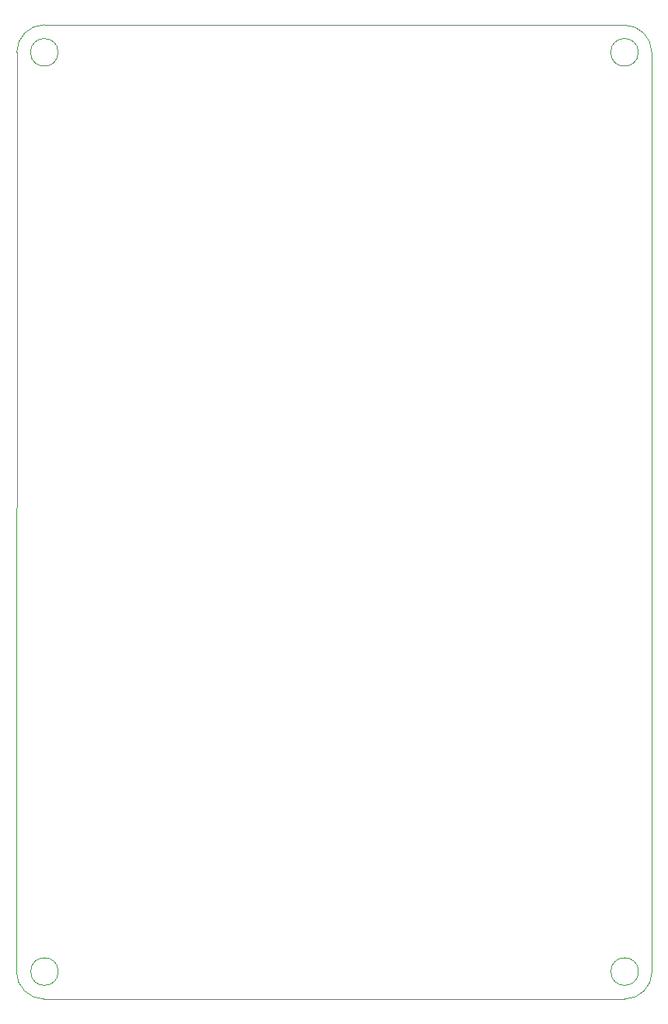
<source format=gbr>
%TF.GenerationSoftware,KiCad,Pcbnew,7.0.7*%
%TF.CreationDate,2023-09-27T09:45:00-05:00*%
%TF.ProjectId,PCB,5043422e-6b69-4636-9164-5f7063625858,rev?*%
%TF.SameCoordinates,Original*%
%TF.FileFunction,Profile,NP*%
%FSLAX46Y46*%
G04 Gerber Fmt 4.6, Leading zero omitted, Abs format (unit mm)*
G04 Created by KiCad (PCBNEW 7.0.7) date 2023-09-27 09:45:00*
%MOMM*%
%LPD*%
G01*
G04 APERTURE LIST*
%TA.AperFunction,Profile*%
%ADD10C,0.100000*%
%TD*%
G04 APERTURE END LIST*
D10*
X78930833Y-147520000D02*
G75*
G03*
X78930833Y-147520000I-1500833J0D01*
G01*
X74371320Y-147498680D02*
G75*
G03*
X77371320Y-150498680I2999980J-20D01*
G01*
X140578680Y-150518680D02*
G75*
G03*
X143578680Y-147518680I20J2999980D01*
G01*
X143558680Y-47531320D02*
G75*
G03*
X140558680Y-44531320I-2999980J20D01*
G01*
X143578680Y-147518680D02*
X143550000Y-47510000D01*
X140558680Y-44531320D02*
X77410000Y-44500000D01*
X142080833Y-47499167D02*
G75*
G03*
X142080833Y-47499167I-1500833J0D01*
G01*
X77410000Y-44500000D02*
G75*
G03*
X74410000Y-47500000I0J-3000000D01*
G01*
X142100833Y-147519167D02*
G75*
G03*
X142100833Y-147519167I-1500833J0D01*
G01*
X78910833Y-47500000D02*
G75*
G03*
X78910833Y-47500000I-1500833J0D01*
G01*
X74410000Y-47500000D02*
X74390000Y-147500000D01*
X77371320Y-150498680D02*
X140560000Y-150520000D01*
M02*

</source>
